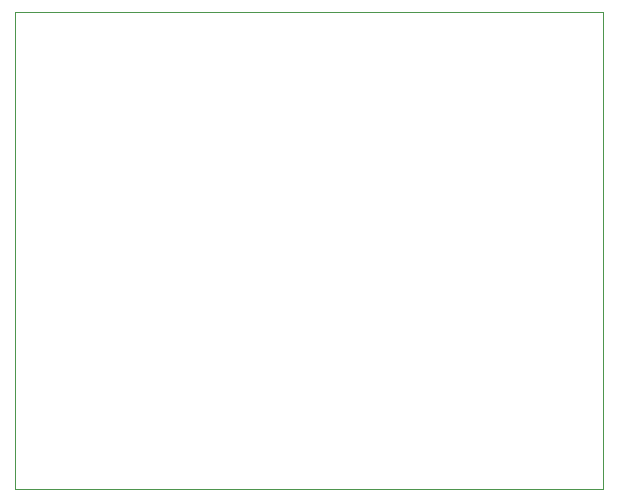
<source format=gbr>
%TF.GenerationSoftware,KiCad,Pcbnew,(5.1.10-1-10_14)*%
%TF.CreationDate,2021-09-22T20:52:25-04:00*%
%TF.ProjectId,SHIFT,53484946-542e-46b6-9963-61645f706362,rev?*%
%TF.SameCoordinates,Original*%
%TF.FileFunction,Profile,NP*%
%FSLAX46Y46*%
G04 Gerber Fmt 4.6, Leading zero omitted, Abs format (unit mm)*
G04 Created by KiCad (PCBNEW (5.1.10-1-10_14)) date 2021-09-22 20:52:25*
%MOMM*%
%LPD*%
G01*
G04 APERTURE LIST*
%TA.AperFunction,Profile*%
%ADD10C,0.050000*%
%TD*%
G04 APERTURE END LIST*
D10*
X176784000Y-90170000D02*
X176276000Y-90170000D01*
X176784000Y-49784000D02*
X176276000Y-49784000D01*
X127000000Y-49784000D02*
X127508000Y-49784000D01*
X127000000Y-90170000D02*
X127508000Y-90170000D01*
X176784000Y-49784000D02*
X176784000Y-52070000D01*
X127508000Y-49784000D02*
X176276000Y-49784000D01*
X127000000Y-90170000D02*
X127000000Y-49784000D01*
X176276000Y-90170000D02*
X127508000Y-90170000D01*
X176784000Y-52070000D02*
X176784000Y-90170000D01*
M02*

</source>
